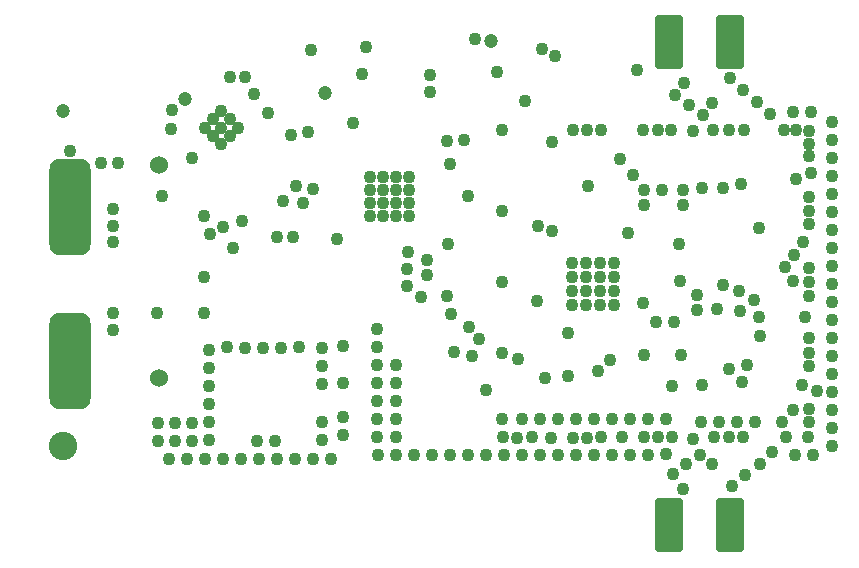
<source format=gbs>
G04 Layer_Color=16711935*
%FSLAX25Y25*%
%MOIN*%
G70*
G01*
G75*
%ADD207C,0.06000*%
G04:AMPARAMS|DCode=208|XSize=90.55mil|YSize=177.16mil|CornerRadius=6.3mil|HoleSize=0mil|Usage=FLASHONLY|Rotation=180.000|XOffset=0mil|YOffset=0mil|HoleType=Round|Shape=RoundedRectangle|*
%AMROUNDEDRECTD208*
21,1,0.09055,0.16457,0,0,180.0*
21,1,0.07795,0.17716,0,0,180.0*
1,1,0.01260,-0.03898,0.08228*
1,1,0.01260,0.03898,0.08228*
1,1,0.01260,0.03898,-0.08228*
1,1,0.01260,-0.03898,-0.08228*
%
%ADD208ROUNDEDRECTD208*%
G04:AMPARAMS|DCode=209|XSize=137.92mil|YSize=322.96mil|CornerRadius=36.48mil|HoleSize=0mil|Usage=FLASHONLY|Rotation=0.000|XOffset=0mil|YOffset=0mil|HoleType=Round|Shape=RoundedRectangle|*
%AMROUNDEDRECTD209*
21,1,0.13792,0.25000,0,0,0.0*
21,1,0.06496,0.32296,0,0,0.0*
1,1,0.07296,0.03248,-0.12500*
1,1,0.07296,-0.03248,-0.12500*
1,1,0.07296,-0.03248,0.12500*
1,1,0.07296,0.03248,0.12500*
%
%ADD209ROUNDEDRECTD209*%
%ADD210C,0.09494*%
%ADD211C,0.04740*%
%ADD212C,0.04300*%
D207*
X38275Y39788D02*
D03*
Y-31472D02*
D03*
D208*
X228836Y80513D02*
D03*
X208364D02*
D03*
Y-80513D02*
D03*
X228836D02*
D03*
D209*
X8700Y-25591D02*
D03*
Y25591D02*
D03*
D210*
X6400Y-54100D02*
D03*
D211*
X47200Y61500D02*
D03*
X6300Y57700D02*
D03*
X149000Y81100D02*
D03*
X93700Y63500D02*
D03*
D212*
X62000Y69000D02*
D03*
X70200Y63300D02*
D03*
X82400Y49600D02*
D03*
X59200Y46532D02*
D03*
X56416Y49316D02*
D03*
X53632Y52100D02*
D03*
X59200Y52100D02*
D03*
X56416Y54884D02*
D03*
X64768Y52100D02*
D03*
X61984Y54884D02*
D03*
X59200Y57668D02*
D03*
X61984Y49316D02*
D03*
X67000Y69000D02*
D03*
X39500Y29400D02*
D03*
X49500Y41800D02*
D03*
X74900Y56900D02*
D03*
X106200Y69900D02*
D03*
X160300Y60900D02*
D03*
X151000Y70700D02*
D03*
X197800Y71300D02*
D03*
X170500Y75800D02*
D03*
X8800Y44300D02*
D03*
X143700Y81700D02*
D03*
X107400Y79100D02*
D03*
X89200Y78000D02*
D03*
X128600Y64000D02*
D03*
X212000Y900D02*
D03*
X204000Y-12800D02*
D03*
X192200Y41700D02*
D03*
X164500Y-5700D02*
D03*
X24700Y40300D02*
D03*
X86300Y27100D02*
D03*
X88200Y50500D02*
D03*
X135300Y40000D02*
D03*
X134400Y47600D02*
D03*
X127900Y8100D02*
D03*
X127600Y3000D02*
D03*
X134800Y13200D02*
D03*
X141400Y29400D02*
D03*
X152780Y24295D02*
D03*
X121500Y10500D02*
D03*
X134400Y-4000D02*
D03*
X135700Y-10200D02*
D03*
X141800Y-14400D02*
D03*
X164700Y19200D02*
D03*
X121200Y4900D02*
D03*
Y-800D02*
D03*
X125700Y-4500D02*
D03*
X188700Y-25400D02*
D03*
X23000Y14000D02*
D03*
Y-9700D02*
D03*
X252600Y-33800D02*
D03*
X250671Y35000D02*
D03*
X232600Y-32600D02*
D03*
X83050Y15700D02*
D03*
X79600Y27700D02*
D03*
X142800Y-24100D02*
D03*
X136600Y-22800D02*
D03*
X147500Y-35293D02*
D03*
X211900Y13400D02*
D03*
X145200Y-18300D02*
D03*
X152800Y617D02*
D03*
X152800Y51200D02*
D03*
X169300Y47300D02*
D03*
X174630Y-30550D02*
D03*
X97700Y14800D02*
D03*
X181031Y51185D02*
D03*
X204661Y51207D02*
D03*
X228275D02*
D03*
X255200Y51100D02*
D03*
X255175Y24348D02*
D03*
X255194Y670D02*
D03*
X255186Y-22957D02*
D03*
X254900Y-51000D02*
D03*
X228268Y-51196D02*
D03*
X204653D02*
D03*
X153000Y-51000D02*
D03*
X181023Y-51218D02*
D03*
X152791Y-23010D02*
D03*
X42900Y57900D02*
D03*
X63200Y11900D02*
D03*
X59900Y18800D02*
D03*
X53400Y22700D02*
D03*
X23000Y-15400D02*
D03*
X37900Y-9700D02*
D03*
X53400Y2200D02*
D03*
X19200Y40300D02*
D03*
X103000Y53500D02*
D03*
X184700Y-29200D02*
D03*
X181500Y32500D02*
D03*
X66200Y20900D02*
D03*
X55477Y16505D02*
D03*
X232334Y33234D02*
D03*
X196500Y36400D02*
D03*
X219300Y-33800D02*
D03*
X53400Y-9600D02*
D03*
X23000Y25000D02*
D03*
Y19300D02*
D03*
X213200Y-68400D02*
D03*
X194700Y17000D02*
D03*
X167100Y-31300D02*
D03*
X210100Y-12600D02*
D03*
X158100Y-25000D02*
D03*
X42400Y51700D02*
D03*
X199600Y-6500D02*
D03*
X121654Y22575D02*
D03*
Y26905D02*
D03*
Y31236D02*
D03*
Y35567D02*
D03*
X117323D02*
D03*
Y31236D02*
D03*
Y26905D02*
D03*
Y22575D02*
D03*
X112993D02*
D03*
Y26905D02*
D03*
Y31236D02*
D03*
Y35567D02*
D03*
X108662D02*
D03*
Y31236D02*
D03*
Y26905D02*
D03*
Y22575D02*
D03*
X169400Y17500D02*
D03*
X238300Y18700D02*
D03*
X247200Y5500D02*
D03*
X226500Y32100D02*
D03*
X219500D02*
D03*
X213000Y26300D02*
D03*
X200000Y26400D02*
D03*
X213000Y31400D02*
D03*
X206100D02*
D03*
X200000D02*
D03*
X226400Y-400D02*
D03*
X231900Y-2400D02*
D03*
X236800Y-5500D02*
D03*
X238300Y-11000D02*
D03*
X238600Y-17400D02*
D03*
X232000Y-8900D02*
D03*
X224400Y-8400D02*
D03*
X217900Y-8600D02*
D03*
X217800Y-3600D02*
D03*
X250200Y9700D02*
D03*
X253200Y13900D02*
D03*
X249800Y900D02*
D03*
X253600Y-11000D02*
D03*
X234300Y-27200D02*
D03*
X228300Y-28500D02*
D03*
X200000Y-23700D02*
D03*
X212400D02*
D03*
X249900Y-42000D02*
D03*
X246200Y-46000D02*
D03*
X222900Y-60200D02*
D03*
X214200D02*
D03*
X209700Y-63500D02*
D03*
X218700Y-57100D02*
D03*
X219100Y-46100D02*
D03*
X225100Y-46000D02*
D03*
X231100D02*
D03*
X237100Y-46200D02*
D03*
X174600Y-16300D02*
D03*
X222600Y60400D02*
D03*
X219800Y56200D02*
D03*
X215100Y59500D02*
D03*
X233900Y-63800D02*
D03*
X229400Y-67300D02*
D03*
X41900Y-58400D02*
D03*
X47900D02*
D03*
X53900D02*
D03*
X59900D02*
D03*
X65900D02*
D03*
X71900D02*
D03*
X77900D02*
D03*
X83900D02*
D03*
X89900D02*
D03*
X95900D02*
D03*
X111300Y-56900D02*
D03*
X117300D02*
D03*
X123300D02*
D03*
X129300D02*
D03*
X135300D02*
D03*
X141300D02*
D03*
X147300D02*
D03*
X153300D02*
D03*
X159300D02*
D03*
X165300D02*
D03*
X111200Y-14900D02*
D03*
Y-20900D02*
D03*
Y-26900D02*
D03*
Y-32900D02*
D03*
Y-38900D02*
D03*
Y-44900D02*
D03*
Y-50900D02*
D03*
X117400Y-51000D02*
D03*
Y-45000D02*
D03*
Y-39000D02*
D03*
Y-33000D02*
D03*
Y-27000D02*
D03*
X92800Y-52000D02*
D03*
Y-46000D02*
D03*
Y-27400D02*
D03*
Y-21400D02*
D03*
X55100Y-21900D02*
D03*
Y-27900D02*
D03*
Y-33900D02*
D03*
Y-39900D02*
D03*
Y-45900D02*
D03*
Y-51900D02*
D03*
X99800Y-44500D02*
D03*
Y-50500D02*
D03*
X85100Y-21100D02*
D03*
X79100Y-21400D02*
D03*
X73100D02*
D03*
X61100Y-21100D02*
D03*
X67100Y-21400D02*
D03*
X92800Y-33400D02*
D03*
X49500Y-52300D02*
D03*
Y-46300D02*
D03*
X43900Y-52300D02*
D03*
Y-46300D02*
D03*
X99800Y-33200D02*
D03*
Y-20600D02*
D03*
X207300Y-56800D02*
D03*
X201300Y-56900D02*
D03*
X195300D02*
D03*
X189300D02*
D03*
X183300D02*
D03*
X177300D02*
D03*
X171300D02*
D03*
X213400Y67100D02*
D03*
X210400Y62800D02*
D03*
X238700Y-59900D02*
D03*
X242600Y-56100D02*
D03*
X228667Y68519D02*
D03*
X233226Y64550D02*
D03*
X242128Y56676D02*
D03*
X237900Y60500D02*
D03*
X262800Y-54000D02*
D03*
Y-48000D02*
D03*
Y-42000D02*
D03*
Y-36000D02*
D03*
Y-30000D02*
D03*
Y-24000D02*
D03*
Y-18000D02*
D03*
Y-12000D02*
D03*
Y-6000D02*
D03*
Y0D02*
D03*
Y6000D02*
D03*
Y12000D02*
D03*
Y18000D02*
D03*
Y24000D02*
D03*
Y30000D02*
D03*
Y36000D02*
D03*
Y42000D02*
D03*
Y48000D02*
D03*
Y54000D02*
D03*
X250300Y-57200D02*
D03*
X256300D02*
D03*
X249800Y57200D02*
D03*
X255800D02*
D03*
X159300Y-45000D02*
D03*
X165300D02*
D03*
X171300D02*
D03*
X177300D02*
D03*
X183300D02*
D03*
X189300D02*
D03*
X195300D02*
D03*
X201300D02*
D03*
X207300D02*
D03*
X169100Y-51300D02*
D03*
X192800Y-51200D02*
D03*
X216500Y-51600D02*
D03*
X216400Y51000D02*
D03*
X209200Y51200D02*
D03*
X223100D02*
D03*
X233400D02*
D03*
X246600Y51300D02*
D03*
X250782Y51199D02*
D03*
X199900Y51300D02*
D03*
X247500Y-51200D02*
D03*
X233000D02*
D03*
X223500D02*
D03*
X209300D02*
D03*
X200100D02*
D03*
X185800D02*
D03*
X176300Y-51300D02*
D03*
X162800Y-51200D02*
D03*
X157903Y-51220D02*
D03*
X185700Y51200D02*
D03*
X152900Y-45100D02*
D03*
X255207Y-46137D02*
D03*
X176400Y51200D02*
D03*
X255200Y19900D02*
D03*
Y29100D02*
D03*
X255196Y46791D02*
D03*
X255200Y42600D02*
D03*
Y5400D02*
D03*
Y-4100D02*
D03*
Y-18200D02*
D03*
Y-27500D02*
D03*
Y-41600D02*
D03*
X257700Y-35700D02*
D03*
X77000Y-52500D02*
D03*
X71000D02*
D03*
X38000Y-46500D02*
D03*
Y-52500D02*
D03*
X209500Y-34000D02*
D03*
X128700Y69700D02*
D03*
X255600Y36800D02*
D03*
X176013Y-2362D02*
D03*
X180738Y-7087D02*
D03*
X190187Y7087D02*
D03*
X180738D02*
D03*
X185462D02*
D03*
X180738Y-2362D02*
D03*
X176013Y-7087D02*
D03*
Y2362D02*
D03*
Y7087D02*
D03*
X190187Y2362D02*
D03*
X185462D02*
D03*
X180738D02*
D03*
X185462Y-2362D02*
D03*
X190187D02*
D03*
Y-7087D02*
D03*
X185462D02*
D03*
X77700Y15500D02*
D03*
X84100Y32700D02*
D03*
X89800Y31600D02*
D03*
X140200Y47800D02*
D03*
X166000Y78300D02*
D03*
M02*

</source>
